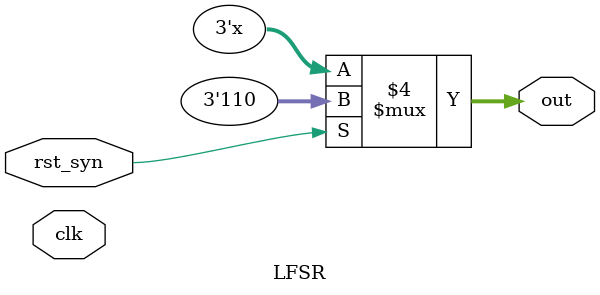
<source format=v>
module LFSR(clk, rst_syn, out);
input clk, rst_syn;
output reg [2:0] out;
always @(clk)
begin
    if(rst_syn)
        out <= 3'b110;
    else
        out <= {out[1], out[0], out[0] ^ out[2]};
end
endmodule
</source>
